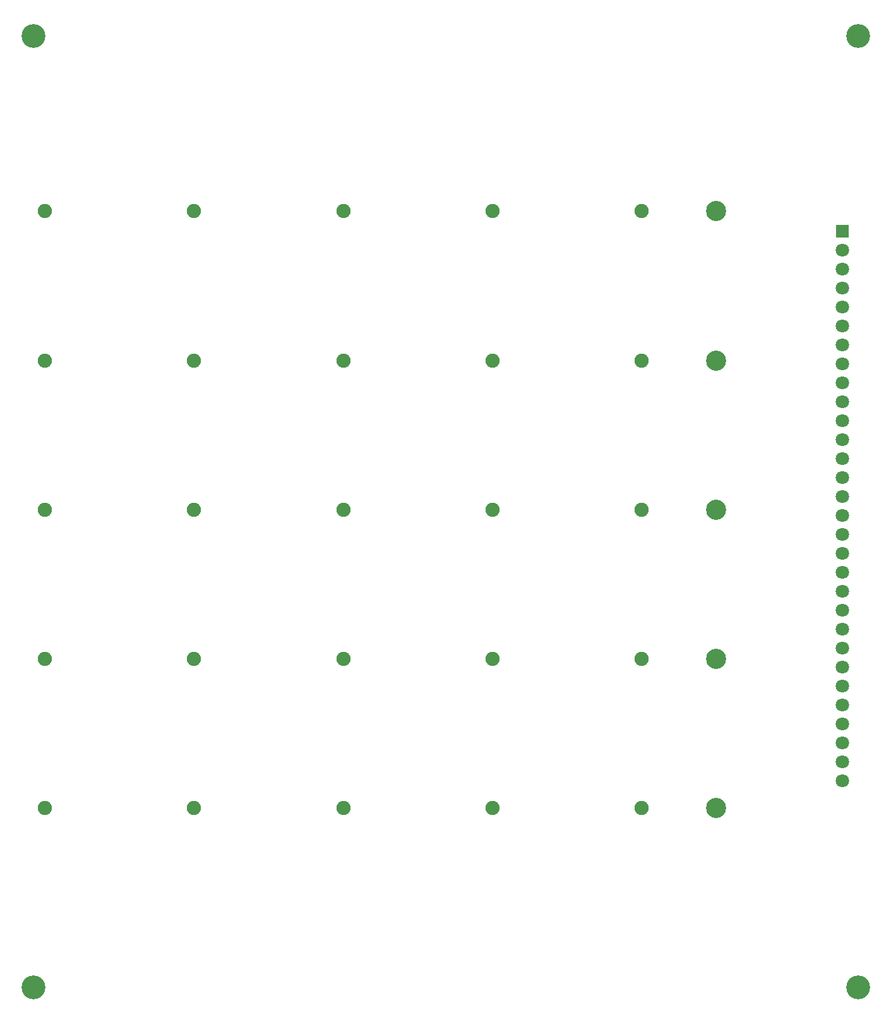
<source format=gbs>
%FSAX44Y44*%
%MOMM*%
G71*
G01*
G75*
G04 Layer_Color=16711935*
%ADD10C,0.2540*%
%ADD11C,0.7000*%
%ADD12C,0.3000*%
%ADD13C,2.5000*%
%ADD14C,1.7000*%
%ADD15C,1.6000*%
%ADD16R,1.6000X1.6000*%
%ADD17C,3.0000*%
%ADD18C,0.2500*%
%ADD19C,0.2000*%
%ADD20C,2.7032*%
%ADD21C,1.9032*%
%ADD22C,1.8032*%
%ADD23R,1.8032X1.8032*%
%ADD24C,3.2032*%
D20*
X01471000Y01531230D02*
D03*
Y00931230D02*
D03*
Y01131230D02*
D03*
Y00731230D02*
D03*
Y01331230D02*
D03*
D21*
X00571000Y00731230D02*
D03*
X00771000D02*
D03*
X00971000D02*
D03*
X01171000D02*
D03*
X01371000D02*
D03*
X00571000Y00931230D02*
D03*
X00771000D02*
D03*
X00971000D02*
D03*
X01171000D02*
D03*
X01371000D02*
D03*
X00571000Y01131230D02*
D03*
X00771000D02*
D03*
X00971000D02*
D03*
X01171000D02*
D03*
X01371000D02*
D03*
X00571000Y01331230D02*
D03*
X00771000D02*
D03*
X00971000D02*
D03*
X01171000Y01331230D02*
D03*
X01371000Y01331230D02*
D03*
Y01531230D02*
D03*
X01171000D02*
D03*
X00971000D02*
D03*
X00771000D02*
D03*
X00571000D02*
D03*
D22*
X01639870Y00767380D02*
D03*
Y00792780D02*
D03*
Y00818180D02*
D03*
Y00843580D02*
D03*
Y00868980D02*
D03*
Y00894380D02*
D03*
Y00919780D02*
D03*
Y00945180D02*
D03*
Y00970580D02*
D03*
Y00995980D02*
D03*
Y01021380D02*
D03*
Y01046780D02*
D03*
Y01072180D02*
D03*
Y01097580D02*
D03*
Y01122980D02*
D03*
Y01148380D02*
D03*
Y01173780D02*
D03*
Y01199180D02*
D03*
Y01224580D02*
D03*
Y01249980D02*
D03*
Y01275380D02*
D03*
Y01300780D02*
D03*
Y01326180D02*
D03*
Y01351580D02*
D03*
Y01376980D02*
D03*
Y01402380D02*
D03*
Y01427780D02*
D03*
Y01453180D02*
D03*
Y01478580D02*
D03*
D23*
Y01503980D02*
D03*
D24*
X00555290Y01765600D02*
D03*
X01661460D02*
D03*
Y00490520D02*
D03*
X00555290D02*
D03*
M02*

</source>
